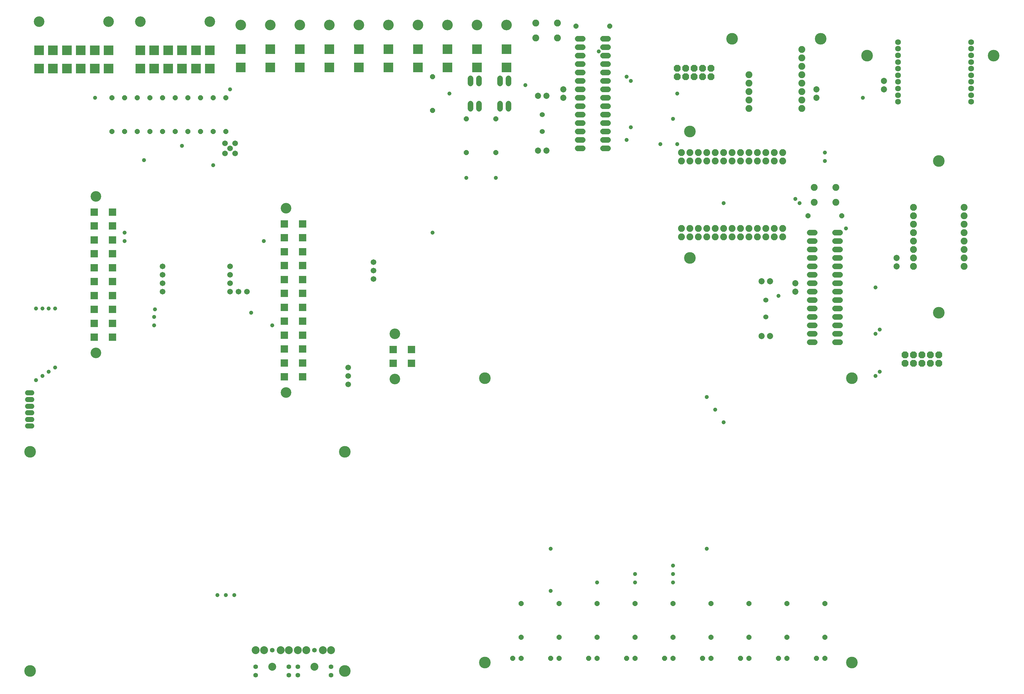
<source format=gts>
G75*
G70*
%OFA0B0*%
%FSLAX24Y24*%
%IPPOS*%
%LPD*%
%AMOC8*
5,1,8,0,0,1.08239X$1,22.5*
%
%ADD10R,0.0905X0.0905*%
%ADD11C,0.1260*%
%ADD12R,0.1145X0.1145*%
%ADD13C,0.0820*%
%ADD14C,0.0730*%
%ADD15C,0.0600*%
%ADD16OC8,0.0600*%
%ADD17OC8,0.0820*%
%ADD18C,0.0680*%
%ADD19C,0.0680*%
%ADD20C,0.0552*%
%ADD21C,0.0940*%
%ADD22C,0.0595*%
%ADD23C,0.1380*%
%ADD24C,0.0476*%
%ADD25C,0.0671*%
D10*
X033031Y037106D03*
X033031Y038756D03*
X033031Y040406D03*
X033031Y042056D03*
X033031Y043706D03*
X033031Y045356D03*
X033031Y047006D03*
X033031Y048656D03*
X033031Y050306D03*
X033031Y051956D03*
X033031Y053606D03*
X033031Y055256D03*
X035201Y055256D03*
X035201Y053606D03*
X035201Y051956D03*
X035201Y050306D03*
X035201Y048656D03*
X035201Y047006D03*
X035201Y045356D03*
X035201Y043706D03*
X035201Y042056D03*
X035201Y040406D03*
X035201Y038756D03*
X035201Y037106D03*
X045931Y038706D03*
X045931Y040356D03*
X048101Y040356D03*
X048101Y038706D03*
X012671Y041806D03*
X012671Y043456D03*
X012671Y045106D03*
X012671Y046756D03*
X012671Y048406D03*
X012671Y050056D03*
X012671Y051706D03*
X012671Y053356D03*
X012671Y055006D03*
X012671Y056656D03*
X010501Y056656D03*
X010501Y055006D03*
X010501Y053356D03*
X010501Y051706D03*
X010501Y050056D03*
X010501Y048406D03*
X010501Y046756D03*
X010501Y045106D03*
X010501Y043456D03*
X010501Y041806D03*
D11*
X010681Y039956D03*
X033211Y035256D03*
X046111Y036856D03*
X046111Y042206D03*
X033211Y057106D03*
X010681Y058506D03*
X027851Y078846D03*
X031351Y078846D03*
X034851Y078846D03*
X038351Y078846D03*
X041851Y078846D03*
X045351Y078846D03*
X048851Y078846D03*
X052351Y078846D03*
X055851Y078846D03*
X059351Y078846D03*
X024201Y079246D03*
X015951Y079246D03*
X012201Y079246D03*
X003951Y079246D03*
D12*
X003951Y075856D03*
X005601Y075856D03*
X007251Y075856D03*
X008901Y075856D03*
X010551Y075856D03*
X012201Y075856D03*
X012201Y073686D03*
X010551Y073686D03*
X008901Y073686D03*
X007251Y073686D03*
X005601Y073686D03*
X003951Y073686D03*
X015951Y073686D03*
X017601Y073686D03*
X019251Y073686D03*
X020901Y073686D03*
X022551Y073686D03*
X024201Y073686D03*
X024201Y075856D03*
X022551Y075856D03*
X020901Y075856D03*
X019251Y075856D03*
X017601Y075856D03*
X015951Y075856D03*
X027851Y075976D03*
X027851Y073806D03*
X031351Y073806D03*
X034851Y073806D03*
X034851Y075976D03*
X031351Y075976D03*
X038351Y075976D03*
X038351Y073806D03*
X041851Y073806D03*
X041851Y075976D03*
X045351Y075976D03*
X045351Y073806D03*
X048851Y073806D03*
X048851Y075976D03*
X052351Y075976D03*
X052351Y073806D03*
X055851Y073806D03*
X055851Y075976D03*
X059351Y075976D03*
X059351Y073806D03*
D13*
X062821Y077316D03*
X062821Y079096D03*
X065381Y079096D03*
X065381Y077316D03*
X080101Y063706D03*
X081101Y063706D03*
X082101Y063706D03*
X083101Y063706D03*
X084101Y063706D03*
X085101Y063706D03*
X086101Y063706D03*
X087101Y063706D03*
X088101Y063706D03*
X089101Y063706D03*
X090101Y063706D03*
X091101Y063706D03*
X092101Y063706D03*
X092101Y062706D03*
X091101Y062706D03*
X090101Y062706D03*
X089101Y062706D03*
X088101Y062706D03*
X087101Y062706D03*
X086101Y062706D03*
X085101Y062706D03*
X084101Y062706D03*
X083101Y062706D03*
X082101Y062706D03*
X081101Y062706D03*
X080101Y062706D03*
X088101Y068956D03*
X088101Y069956D03*
X088101Y070956D03*
X088101Y071956D03*
X088101Y072956D03*
X094351Y072956D03*
X094351Y073956D03*
X094351Y074956D03*
X094351Y075956D03*
X094351Y071956D03*
X094351Y070956D03*
X094351Y069956D03*
X094351Y068956D03*
X095821Y059596D03*
X095821Y057816D03*
X098381Y057816D03*
X098381Y059596D03*
X092101Y054706D03*
X091101Y054706D03*
X090101Y054706D03*
X089101Y054706D03*
X088101Y054706D03*
X087101Y054706D03*
X086101Y054706D03*
X085101Y054706D03*
X084101Y054706D03*
X083101Y054706D03*
X082101Y054706D03*
X081101Y054706D03*
X080101Y054706D03*
X080101Y053706D03*
X081101Y053706D03*
X082101Y053706D03*
X083101Y053706D03*
X084101Y053706D03*
X085101Y053706D03*
X086101Y053706D03*
X087101Y053706D03*
X088101Y053706D03*
X089101Y053706D03*
X090101Y053706D03*
X091101Y053706D03*
X092101Y053706D03*
X107601Y054206D03*
X107601Y055206D03*
X107601Y056206D03*
X107601Y057206D03*
X107601Y053206D03*
X107601Y052206D03*
X107601Y051206D03*
X107601Y050206D03*
X113601Y050206D03*
X113601Y051206D03*
X113601Y052206D03*
X113601Y053206D03*
X113601Y054206D03*
X113601Y055206D03*
X113601Y056206D03*
X113601Y057206D03*
D14*
X105601Y051206D03*
X105601Y050206D03*
X093601Y048206D03*
X093601Y047206D03*
X090601Y048456D03*
X089601Y048456D03*
X089601Y041956D03*
X090601Y041956D03*
X064101Y063956D03*
X063101Y063956D03*
X066101Y070206D03*
X064101Y070456D03*
X063101Y070456D03*
X066101Y071206D03*
X096101Y071206D03*
X096101Y070206D03*
X104101Y071206D03*
X104101Y072206D03*
D15*
X090101Y046206D03*
X090101Y044206D03*
X063601Y066206D03*
X063601Y068206D03*
D16*
X058101Y067706D03*
X054601Y067706D03*
X050601Y068706D03*
X050601Y072706D03*
X054601Y063706D03*
X058101Y063706D03*
X067601Y078706D03*
X071601Y078706D03*
X095101Y056206D03*
X099101Y056206D03*
X097101Y010206D03*
X092601Y010206D03*
X088101Y010206D03*
X083601Y010206D03*
X079101Y010206D03*
X074601Y010206D03*
X070101Y010206D03*
X065601Y010206D03*
X061101Y010206D03*
X061101Y006206D03*
X061101Y003706D03*
X060101Y003706D03*
X064601Y003706D03*
X065601Y003706D03*
X065601Y006206D03*
X069101Y003706D03*
X070101Y003706D03*
X070101Y006206D03*
X073601Y003706D03*
X074601Y003706D03*
X078101Y003706D03*
X079101Y003706D03*
X079101Y006206D03*
X082601Y003706D03*
X083601Y003706D03*
X083601Y006206D03*
X087101Y003706D03*
X088101Y003706D03*
X088101Y006206D03*
X091601Y003706D03*
X092601Y003706D03*
X096101Y003706D03*
X097101Y003706D03*
X097101Y006206D03*
X092601Y006206D03*
X074601Y006206D03*
X026101Y066206D03*
X024601Y066206D03*
X023101Y066206D03*
X021601Y066206D03*
X020101Y066206D03*
X018601Y066206D03*
X017101Y066206D03*
X015601Y066206D03*
X014101Y066206D03*
X012601Y066206D03*
X012601Y070206D03*
X014101Y070206D03*
X015601Y070206D03*
X017101Y070206D03*
X018601Y070206D03*
X020101Y070206D03*
X021601Y070206D03*
X023101Y070206D03*
X024601Y070206D03*
X026101Y070206D03*
D17*
X079601Y072706D03*
X079601Y073706D03*
X080601Y073706D03*
X081601Y073706D03*
X082601Y073706D03*
X083601Y073706D03*
X083601Y072706D03*
X082601Y072706D03*
X081601Y072706D03*
X080601Y072706D03*
X106601Y039706D03*
X107601Y039706D03*
X108601Y039706D03*
X109601Y039706D03*
X110601Y039706D03*
X110601Y038706D03*
X109601Y038706D03*
X108601Y038706D03*
X107601Y038706D03*
X106601Y038706D03*
D18*
X098901Y041206D02*
X098301Y041206D01*
X098301Y042206D02*
X098901Y042206D01*
X098901Y043206D02*
X098301Y043206D01*
X098301Y044206D02*
X098901Y044206D01*
X098901Y045206D02*
X098301Y045206D01*
X098301Y046206D02*
X098901Y046206D01*
X098901Y047206D02*
X098301Y047206D01*
X098301Y048206D02*
X098901Y048206D01*
X098901Y049206D02*
X098301Y049206D01*
X098301Y050206D02*
X098901Y050206D01*
X098901Y051206D02*
X098301Y051206D01*
X098301Y052206D02*
X098901Y052206D01*
X098901Y053206D02*
X098301Y053206D01*
X098301Y054206D02*
X098901Y054206D01*
X095901Y054206D02*
X095301Y054206D01*
X095301Y053206D02*
X095901Y053206D01*
X095901Y052206D02*
X095301Y052206D01*
X095301Y051206D02*
X095901Y051206D01*
X095901Y050206D02*
X095301Y050206D01*
X095301Y049206D02*
X095901Y049206D01*
X095901Y048206D02*
X095301Y048206D01*
X095301Y047206D02*
X095901Y047206D01*
X095901Y046206D02*
X095301Y046206D01*
X095301Y045206D02*
X095901Y045206D01*
X095901Y044206D02*
X095301Y044206D01*
X095301Y043206D02*
X095901Y043206D01*
X095901Y042206D02*
X095301Y042206D01*
X095301Y041206D02*
X095901Y041206D01*
X071401Y064206D02*
X070801Y064206D01*
X070801Y065206D02*
X071401Y065206D01*
X071401Y066206D02*
X070801Y066206D01*
X070801Y067206D02*
X071401Y067206D01*
X071401Y068206D02*
X070801Y068206D01*
X070801Y069206D02*
X071401Y069206D01*
X071401Y070206D02*
X070801Y070206D01*
X070801Y071206D02*
X071401Y071206D01*
X071401Y072206D02*
X070801Y072206D01*
X070801Y073206D02*
X071401Y073206D01*
X071401Y074206D02*
X070801Y074206D01*
X070801Y075206D02*
X071401Y075206D01*
X071401Y076206D02*
X070801Y076206D01*
X070801Y077206D02*
X071401Y077206D01*
X068401Y077206D02*
X067801Y077206D01*
X067801Y076206D02*
X068401Y076206D01*
X068401Y075206D02*
X067801Y075206D01*
X067801Y074206D02*
X068401Y074206D01*
X068401Y073206D02*
X067801Y073206D01*
X067801Y072206D02*
X068401Y072206D01*
X068401Y071206D02*
X067801Y071206D01*
X067801Y070206D02*
X068401Y070206D01*
X068401Y069206D02*
X067801Y069206D01*
X067801Y068206D02*
X068401Y068206D01*
X068401Y067206D02*
X067801Y067206D01*
X067801Y066206D02*
X068401Y066206D01*
X068401Y065206D02*
X067801Y065206D01*
X067801Y064206D02*
X068401Y064206D01*
X059601Y068906D02*
X059601Y069506D01*
X058601Y069506D02*
X058601Y068906D01*
X056101Y068906D02*
X056101Y069506D01*
X055101Y069506D02*
X055101Y068906D01*
X055101Y071906D02*
X055101Y072506D01*
X056101Y072506D02*
X056101Y071906D01*
X058601Y071906D02*
X058601Y072506D01*
X059601Y072506D02*
X059601Y071906D01*
D19*
X105770Y072105D03*
X105770Y071318D03*
X105770Y070530D03*
X105770Y069743D03*
X105770Y072893D03*
X105770Y073680D03*
X105770Y074467D03*
X105770Y075255D03*
X105770Y076042D03*
X105770Y076830D03*
X114431Y076830D03*
X114431Y076042D03*
X114431Y075255D03*
X114431Y074467D03*
X114431Y073680D03*
X114431Y072893D03*
X114431Y072105D03*
X114431Y071318D03*
X114431Y070530D03*
X114431Y069743D03*
D20*
X036601Y004674D03*
X038569Y002706D03*
X038569Y001721D03*
X034632Y001721D03*
X034632Y002706D03*
X033569Y002706D03*
X033569Y001721D03*
X031601Y004674D03*
X029632Y002706D03*
X029632Y001721D03*
D21*
X031601Y002706D03*
X032585Y004674D03*
X033569Y004674D03*
X034632Y004674D03*
X035617Y004674D03*
X037585Y004674D03*
X038569Y004674D03*
X036601Y002706D03*
X030617Y004674D03*
X029632Y004674D03*
D22*
X003101Y031269D02*
X002586Y031269D01*
X002586Y032056D02*
X003101Y032056D01*
X003101Y032843D02*
X002586Y032843D01*
X002586Y033631D02*
X003101Y033631D01*
X003101Y034418D02*
X002586Y034418D01*
X002586Y035206D02*
X003101Y035206D01*
D23*
X002901Y002206D03*
X040201Y002206D03*
X056801Y003206D03*
X040201Y028206D03*
X056801Y036956D03*
X081101Y051206D03*
X100301Y036956D03*
X110601Y044706D03*
X110601Y062706D03*
X117101Y075206D03*
X102101Y075206D03*
X096601Y077206D03*
X086101Y077206D03*
X081101Y066206D03*
X002901Y028206D03*
X100301Y003206D03*
D24*
X083101Y016706D03*
X079101Y014706D03*
X079101Y013706D03*
X079101Y012706D03*
X074601Y012706D03*
X074601Y013706D03*
X070101Y012706D03*
X064601Y011706D03*
X064601Y016706D03*
X085101Y031706D03*
X084101Y033206D03*
X083101Y034706D03*
X091601Y046706D03*
X103101Y047706D03*
X103601Y042706D03*
X103101Y042206D03*
X103601Y037706D03*
X103101Y037206D03*
X099601Y054706D03*
X094101Y057706D03*
X093601Y058206D03*
X097101Y062706D03*
X097101Y063706D03*
X101601Y070206D03*
X085101Y057706D03*
X079601Y064706D03*
X077601Y064706D03*
X079101Y067706D03*
X079601Y070706D03*
X074101Y072206D03*
X073601Y072706D03*
X070301Y075706D03*
X061601Y071706D03*
X052601Y070706D03*
X054601Y060706D03*
X058101Y060706D03*
X050601Y054206D03*
X031601Y043206D03*
X029101Y044706D03*
X017701Y045106D03*
X017601Y044206D03*
X017601Y043206D03*
X005851Y045206D03*
X005101Y045206D03*
X004351Y045206D03*
X003601Y045206D03*
X005851Y038206D03*
X005101Y037706D03*
X004351Y037206D03*
X003601Y036706D03*
X014101Y053206D03*
X014101Y054206D03*
X016401Y062806D03*
X020901Y064506D03*
X024601Y062206D03*
X026601Y071206D03*
X010601Y070206D03*
X030601Y053206D03*
X073601Y065206D03*
X074101Y066706D03*
X027101Y011206D03*
X026101Y011206D03*
X025101Y011206D03*
D25*
X040601Y036206D03*
X040601Y037206D03*
X040601Y038206D03*
X028601Y047206D03*
X027601Y047206D03*
X026601Y047206D03*
X026601Y048206D03*
X026601Y049206D03*
X026601Y050206D03*
X018601Y050206D03*
X018601Y049206D03*
X018601Y048206D03*
X018601Y047206D03*
X026001Y063606D03*
X026601Y064206D03*
X027201Y064806D03*
X026001Y064806D03*
X027201Y063606D03*
X043601Y050706D03*
X043601Y049706D03*
X043601Y048706D03*
M02*

</source>
